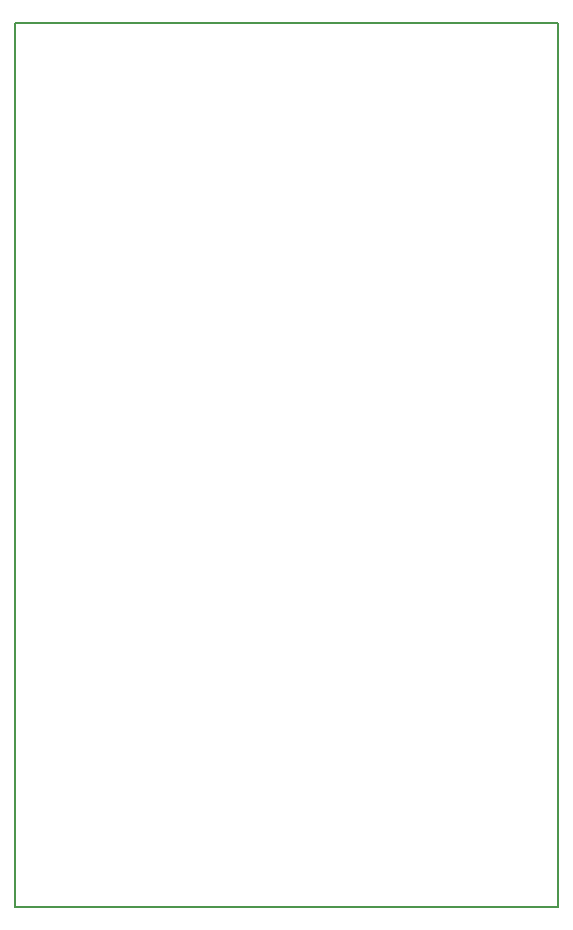
<source format=gm1>
G04 MADE WITH FRITZING*
G04 WWW.FRITZING.ORG*
G04 DOUBLE SIDED*
G04 HOLES PLATED*
G04 CONTOUR ON CENTER OF CONTOUR VECTOR*
%ASAXBY*%
%FSLAX23Y23*%
%MOIN*%
%OFA0B0*%
%SFA1.0B1.0*%
%ADD10R,1.818900X2.952760*%
%ADD11C,0.008000*%
%ADD10C,0.008*%
%LNCONTOUR*%
G90*
G70*
G54D10*
G54D11*
X4Y2949D02*
X1815Y2949D01*
X1815Y4D01*
X4Y4D01*
X4Y2949D01*
D02*
G04 End of contour*
M02*
</source>
